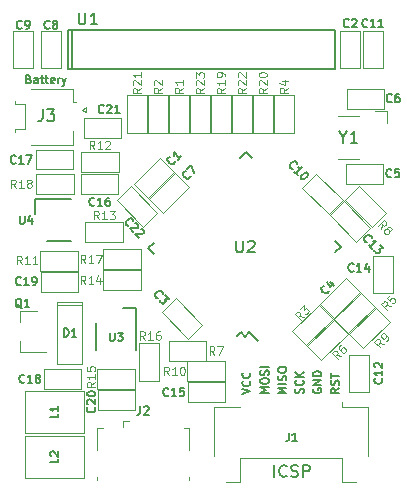
<source format=gto>
G04 #@! TF.GenerationSoftware,KiCad,Pcbnew,5.1.6*
G04 #@! TF.CreationDate,2020-09-12T16:37:34+02:00*
G04 #@! TF.ProjectId,xling,786c696e-672e-46b6-9963-61645f706362,4*
G04 #@! TF.SameCoordinates,Original*
G04 #@! TF.FileFunction,Legend,Top*
G04 #@! TF.FilePolarity,Positive*
%FSLAX46Y46*%
G04 Gerber Fmt 4.6, Leading zero omitted, Abs format (unit mm)*
G04 Created by KiCad (PCBNEW 5.1.6) date 2020-09-12 16:37:34*
%MOMM*%
%LPD*%
G01*
G04 APERTURE LIST*
%ADD10C,0.150000*%
%ADD11C,0.175000*%
%ADD12C,0.120000*%
%ADD13C,0.125000*%
G04 APERTURE END LIST*
D10*
X55065000Y-51816800D02*
X55165000Y-51850133D01*
X55198333Y-51883466D01*
X55231666Y-51950133D01*
X55231666Y-52050133D01*
X55198333Y-52116800D01*
X55165000Y-52150133D01*
X55098333Y-52183466D01*
X54831666Y-52183466D01*
X54831666Y-51483466D01*
X55065000Y-51483466D01*
X55131666Y-51516800D01*
X55165000Y-51550133D01*
X55198333Y-51616800D01*
X55198333Y-51683466D01*
X55165000Y-51750133D01*
X55131666Y-51783466D01*
X55065000Y-51816800D01*
X54831666Y-51816800D01*
X55831666Y-52183466D02*
X55831666Y-51816800D01*
X55798333Y-51750133D01*
X55731666Y-51716800D01*
X55598333Y-51716800D01*
X55531666Y-51750133D01*
X55831666Y-52150133D02*
X55765000Y-52183466D01*
X55598333Y-52183466D01*
X55531666Y-52150133D01*
X55498333Y-52083466D01*
X55498333Y-52016800D01*
X55531666Y-51950133D01*
X55598333Y-51916800D01*
X55765000Y-51916800D01*
X55831666Y-51883466D01*
X56065000Y-51716800D02*
X56331666Y-51716800D01*
X56165000Y-51483466D02*
X56165000Y-52083466D01*
X56198333Y-52150133D01*
X56265000Y-52183466D01*
X56331666Y-52183466D01*
X56465000Y-51716800D02*
X56731666Y-51716800D01*
X56565000Y-51483466D02*
X56565000Y-52083466D01*
X56598333Y-52150133D01*
X56665000Y-52183466D01*
X56731666Y-52183466D01*
X57231666Y-52150133D02*
X57165000Y-52183466D01*
X57031666Y-52183466D01*
X56965000Y-52150133D01*
X56931666Y-52083466D01*
X56931666Y-51816800D01*
X56965000Y-51750133D01*
X57031666Y-51716800D01*
X57165000Y-51716800D01*
X57231666Y-51750133D01*
X57265000Y-51816800D01*
X57265000Y-51883466D01*
X56931666Y-51950133D01*
X57565000Y-52183466D02*
X57565000Y-51716800D01*
X57565000Y-51850133D02*
X57598333Y-51783466D01*
X57631666Y-51750133D01*
X57698333Y-51716800D01*
X57765000Y-51716800D01*
X57931666Y-51716800D02*
X58098333Y-52183466D01*
X58265000Y-51716800D02*
X58098333Y-52183466D01*
X58031666Y-52350133D01*
X57998333Y-52383466D01*
X57931666Y-52416800D01*
X75866809Y-85491580D02*
X75866809Y-84491580D01*
X76914428Y-85396342D02*
X76866809Y-85443961D01*
X76723952Y-85491580D01*
X76628714Y-85491580D01*
X76485857Y-85443961D01*
X76390619Y-85348723D01*
X76343000Y-85253485D01*
X76295380Y-85063009D01*
X76295380Y-84920152D01*
X76343000Y-84729676D01*
X76390619Y-84634438D01*
X76485857Y-84539200D01*
X76628714Y-84491580D01*
X76723952Y-84491580D01*
X76866809Y-84539200D01*
X76914428Y-84586819D01*
X77295380Y-85443961D02*
X77438238Y-85491580D01*
X77676333Y-85491580D01*
X77771571Y-85443961D01*
X77819190Y-85396342D01*
X77866809Y-85301104D01*
X77866809Y-85205866D01*
X77819190Y-85110628D01*
X77771571Y-85063009D01*
X77676333Y-85015390D01*
X77485857Y-84967771D01*
X77390619Y-84920152D01*
X77343000Y-84872533D01*
X77295380Y-84777295D01*
X77295380Y-84682057D01*
X77343000Y-84586819D01*
X77390619Y-84539200D01*
X77485857Y-84491580D01*
X77723952Y-84491580D01*
X77866809Y-84539200D01*
X78295380Y-85491580D02*
X78295380Y-84491580D01*
X78676333Y-84491580D01*
X78771571Y-84539200D01*
X78819190Y-84586819D01*
X78866809Y-84682057D01*
X78866809Y-84824914D01*
X78819190Y-84920152D01*
X78771571Y-84967771D01*
X78676333Y-85015390D01*
X78295380Y-85015390D01*
D11*
X81348666Y-77979583D02*
X81015333Y-78212916D01*
X81348666Y-78379583D02*
X80648666Y-78379583D01*
X80648666Y-78112916D01*
X80682000Y-78046250D01*
X80715333Y-78012916D01*
X80782000Y-77979583D01*
X80882000Y-77979583D01*
X80948666Y-78012916D01*
X80982000Y-78046250D01*
X81015333Y-78112916D01*
X81015333Y-78379583D01*
X81315333Y-77712916D02*
X81348666Y-77612916D01*
X81348666Y-77446250D01*
X81315333Y-77379583D01*
X81282000Y-77346250D01*
X81215333Y-77312916D01*
X81148666Y-77312916D01*
X81082000Y-77346250D01*
X81048666Y-77379583D01*
X81015333Y-77446250D01*
X80982000Y-77579583D01*
X80948666Y-77646250D01*
X80915333Y-77679583D01*
X80848666Y-77712916D01*
X80782000Y-77712916D01*
X80715333Y-77679583D01*
X80682000Y-77646250D01*
X80648666Y-77579583D01*
X80648666Y-77412916D01*
X80682000Y-77312916D01*
X80648666Y-77112916D02*
X80648666Y-76712916D01*
X81348666Y-76912916D02*
X80648666Y-76912916D01*
X79182000Y-78012916D02*
X79148666Y-78079583D01*
X79148666Y-78179583D01*
X79182000Y-78279583D01*
X79248666Y-78346250D01*
X79315333Y-78379583D01*
X79448666Y-78412916D01*
X79548666Y-78412916D01*
X79682000Y-78379583D01*
X79748666Y-78346250D01*
X79815333Y-78279583D01*
X79848666Y-78179583D01*
X79848666Y-78112916D01*
X79815333Y-78012916D01*
X79782000Y-77979583D01*
X79548666Y-77979583D01*
X79548666Y-78112916D01*
X79848666Y-77679583D02*
X79148666Y-77679583D01*
X79848666Y-77279583D01*
X79148666Y-77279583D01*
X79848666Y-76946250D02*
X79148666Y-76946250D01*
X79148666Y-76779583D01*
X79182000Y-76679583D01*
X79248666Y-76612916D01*
X79315333Y-76579583D01*
X79448666Y-76546250D01*
X79548666Y-76546250D01*
X79682000Y-76579583D01*
X79748666Y-76612916D01*
X79815333Y-76679583D01*
X79848666Y-76779583D01*
X79848666Y-76946250D01*
X78315333Y-78412916D02*
X78348666Y-78312916D01*
X78348666Y-78146250D01*
X78315333Y-78079583D01*
X78282000Y-78046250D01*
X78215333Y-78012916D01*
X78148666Y-78012916D01*
X78082000Y-78046250D01*
X78048666Y-78079583D01*
X78015333Y-78146250D01*
X77982000Y-78279583D01*
X77948666Y-78346250D01*
X77915333Y-78379583D01*
X77848666Y-78412916D01*
X77782000Y-78412916D01*
X77715333Y-78379583D01*
X77682000Y-78346250D01*
X77648666Y-78279583D01*
X77648666Y-78112916D01*
X77682000Y-78012916D01*
X78282000Y-77312916D02*
X78315333Y-77346250D01*
X78348666Y-77446250D01*
X78348666Y-77512916D01*
X78315333Y-77612916D01*
X78248666Y-77679583D01*
X78182000Y-77712916D01*
X78048666Y-77746250D01*
X77948666Y-77746250D01*
X77815333Y-77712916D01*
X77748666Y-77679583D01*
X77682000Y-77612916D01*
X77648666Y-77512916D01*
X77648666Y-77446250D01*
X77682000Y-77346250D01*
X77715333Y-77312916D01*
X78348666Y-77012916D02*
X77648666Y-77012916D01*
X78348666Y-76612916D02*
X77948666Y-76912916D01*
X77648666Y-76612916D02*
X78048666Y-77012916D01*
X76898666Y-78429583D02*
X76198666Y-78429583D01*
X76698666Y-78196250D01*
X76198666Y-77962916D01*
X76898666Y-77962916D01*
X76898666Y-77629583D02*
X76198666Y-77629583D01*
X76865333Y-77329583D02*
X76898666Y-77229583D01*
X76898666Y-77062916D01*
X76865333Y-76996250D01*
X76832000Y-76962916D01*
X76765333Y-76929583D01*
X76698666Y-76929583D01*
X76632000Y-76962916D01*
X76598666Y-76996250D01*
X76565333Y-77062916D01*
X76532000Y-77196250D01*
X76498666Y-77262916D01*
X76465333Y-77296250D01*
X76398666Y-77329583D01*
X76332000Y-77329583D01*
X76265333Y-77296250D01*
X76232000Y-77262916D01*
X76198666Y-77196250D01*
X76198666Y-77029583D01*
X76232000Y-76929583D01*
X76198666Y-76496250D02*
X76198666Y-76362916D01*
X76232000Y-76296250D01*
X76298666Y-76229583D01*
X76432000Y-76196250D01*
X76665333Y-76196250D01*
X76798666Y-76229583D01*
X76865333Y-76296250D01*
X76898666Y-76362916D01*
X76898666Y-76496250D01*
X76865333Y-76562916D01*
X76798666Y-76629583D01*
X76665333Y-76662916D01*
X76432000Y-76662916D01*
X76298666Y-76629583D01*
X76232000Y-76562916D01*
X76198666Y-76496250D01*
X75398666Y-78379583D02*
X74698666Y-78379583D01*
X75198666Y-78146250D01*
X74698666Y-77912916D01*
X75398666Y-77912916D01*
X74698666Y-77446250D02*
X74698666Y-77312916D01*
X74732000Y-77246250D01*
X74798666Y-77179583D01*
X74932000Y-77146250D01*
X75165333Y-77146250D01*
X75298666Y-77179583D01*
X75365333Y-77246250D01*
X75398666Y-77312916D01*
X75398666Y-77446250D01*
X75365333Y-77512916D01*
X75298666Y-77579583D01*
X75165333Y-77612916D01*
X74932000Y-77612916D01*
X74798666Y-77579583D01*
X74732000Y-77512916D01*
X74698666Y-77446250D01*
X75365333Y-76879583D02*
X75398666Y-76779583D01*
X75398666Y-76612916D01*
X75365333Y-76546250D01*
X75332000Y-76512916D01*
X75265333Y-76479583D01*
X75198666Y-76479583D01*
X75132000Y-76512916D01*
X75098666Y-76546250D01*
X75065333Y-76612916D01*
X75032000Y-76746250D01*
X74998666Y-76812916D01*
X74965333Y-76846250D01*
X74898666Y-76879583D01*
X74832000Y-76879583D01*
X74765333Y-76846250D01*
X74732000Y-76812916D01*
X74698666Y-76746250D01*
X74698666Y-76579583D01*
X74732000Y-76479583D01*
X75398666Y-76179583D02*
X74698666Y-76179583D01*
X73148666Y-78479583D02*
X73848666Y-78246250D01*
X73148666Y-78012916D01*
X73782000Y-77379583D02*
X73815333Y-77412916D01*
X73848666Y-77512916D01*
X73848666Y-77579583D01*
X73815333Y-77679583D01*
X73748666Y-77746250D01*
X73682000Y-77779583D01*
X73548666Y-77812916D01*
X73448666Y-77812916D01*
X73315333Y-77779583D01*
X73248666Y-77746250D01*
X73182000Y-77679583D01*
X73148666Y-77579583D01*
X73148666Y-77512916D01*
X73182000Y-77412916D01*
X73215333Y-77379583D01*
X73782000Y-76679583D02*
X73815333Y-76712916D01*
X73848666Y-76812916D01*
X73848666Y-76879583D01*
X73815333Y-76979583D01*
X73748666Y-77046250D01*
X73682000Y-77079583D01*
X73548666Y-77112916D01*
X73448666Y-77112916D01*
X73315333Y-77079583D01*
X73248666Y-77046250D01*
X73182000Y-76979583D01*
X73148666Y-76879583D01*
X73148666Y-76812916D01*
X73182000Y-76712916D01*
X73215333Y-76679583D01*
D12*
X54358000Y-71462900D02*
X54358000Y-72392900D01*
X54356000Y-74891900D02*
X54356000Y-73961900D01*
X54356000Y-74891900D02*
X56516000Y-74891900D01*
X54358000Y-71462900D02*
X55818000Y-71462900D01*
D10*
X64160400Y-71183500D02*
X63068200Y-71183500D01*
X64160400Y-71183500D02*
X64160400Y-74764900D01*
X60807600Y-74764900D02*
X60807600Y-72464900D01*
X55600600Y-61976000D02*
X55600600Y-63195200D01*
X58659400Y-61976000D02*
X55600600Y-61976000D01*
X58661300Y-65506600D02*
X56661300Y-65506600D01*
X73024516Y-73264439D02*
X72732481Y-73556474D01*
X73738269Y-73259772D02*
X73379059Y-73618983D01*
X65198399Y-66138783D02*
X65675697Y-65661486D01*
X73468862Y-57976084D02*
X72991565Y-58453381D01*
X81514818Y-66004079D02*
X81037521Y-66481376D01*
X73379059Y-73618983D02*
X73024516Y-73264439D01*
X81514818Y-66004079D02*
X81037521Y-65526782D01*
X73468862Y-57976084D02*
X73946159Y-58453381D01*
X65198399Y-66138783D02*
X65675697Y-66616080D01*
X73738269Y-73259772D02*
X74497278Y-74018781D01*
D12*
X59588400Y-70942200D02*
X57505600Y-70942200D01*
X57505600Y-70662800D02*
X59588400Y-70662800D01*
X59588400Y-75904900D02*
X57505600Y-75904900D01*
X59588400Y-70662800D02*
X59588400Y-75904900D01*
X57505600Y-70662800D02*
X57505600Y-75904900D01*
X60883800Y-76377800D02*
X60883800Y-78054200D01*
X60883800Y-76377800D02*
X64084200Y-76377800D01*
X60883800Y-78054200D02*
X64084200Y-78054200D01*
X64084200Y-78054200D02*
X64084200Y-76377800D01*
X59766200Y-81788000D02*
X59766200Y-78257400D01*
X59766200Y-81788000D02*
X54787800Y-81788000D01*
X59766200Y-78257400D02*
X54787800Y-78257400D01*
X54787800Y-78257400D02*
X54787800Y-81788000D01*
X54787800Y-82042000D02*
X54787800Y-85572600D01*
X54787800Y-82042000D02*
X59766200Y-82042000D01*
X54787800Y-85572600D02*
X59766200Y-85572600D01*
X59766200Y-85572600D02*
X59766200Y-82042000D01*
X66979800Y-56337200D02*
X68656200Y-56337200D01*
X66979800Y-56337200D02*
X66979800Y-53136800D01*
X68656200Y-56337200D02*
X68656200Y-53136800D01*
X68656200Y-53136800D02*
X66979800Y-53136800D01*
X65201800Y-56337200D02*
X66878200Y-56337200D01*
X65201800Y-56337200D02*
X65201800Y-53136800D01*
X66878200Y-56337200D02*
X66878200Y-53136800D01*
X66878200Y-53136800D02*
X65201800Y-53136800D01*
X80845209Y-72105185D02*
X79659815Y-70919791D01*
X80845209Y-72105185D02*
X78582185Y-74368209D01*
X79659815Y-70919791D02*
X77396791Y-73182815D01*
X77396791Y-73182815D02*
X78582185Y-74368209D01*
X75869800Y-56337200D02*
X77546200Y-56337200D01*
X75869800Y-56337200D02*
X75869800Y-53136800D01*
X77546200Y-56337200D02*
X77546200Y-53136800D01*
X77546200Y-53136800D02*
X75869800Y-53136800D01*
X84401209Y-71089185D02*
X83215815Y-69903791D01*
X84401209Y-71089185D02*
X82138185Y-73352209D01*
X83215815Y-69903791D02*
X80952791Y-72166815D01*
X80952791Y-72166815D02*
X82138185Y-73352209D01*
X82115209Y-73375185D02*
X80929815Y-72189791D01*
X82115209Y-73375185D02*
X79852185Y-75638209D01*
X80929815Y-72189791D02*
X78666791Y-74452815D01*
X78666791Y-74452815D02*
X79852185Y-75638209D01*
X70129400Y-75666600D02*
X70129400Y-73990200D01*
X70129400Y-75666600D02*
X66929000Y-75666600D01*
X70129400Y-73990200D02*
X66929000Y-73990200D01*
X66929000Y-73990200D02*
X66929000Y-75666600D01*
X83027185Y-60886791D02*
X81841791Y-62072185D01*
X83027185Y-60886791D02*
X85290209Y-63149815D01*
X81841791Y-62072185D02*
X84104815Y-64335209D01*
X84104815Y-64335209D02*
X85290209Y-63149815D01*
X85671209Y-72359185D02*
X84485815Y-71173791D01*
X85671209Y-72359185D02*
X83408185Y-74622209D01*
X84485815Y-71173791D02*
X82222791Y-73436815D01*
X82222791Y-73436815D02*
X83408185Y-74622209D01*
X71704200Y-77393800D02*
X71704200Y-75717400D01*
X71704200Y-77393800D02*
X68503800Y-77393800D01*
X71704200Y-75717400D02*
X68503800Y-75717400D01*
X68503800Y-75717400D02*
X68503800Y-77393800D01*
X56057800Y-66344800D02*
X56057800Y-68021200D01*
X56057800Y-66344800D02*
X59258200Y-66344800D01*
X56057800Y-68021200D02*
X59258200Y-68021200D01*
X59258200Y-68021200D02*
X59258200Y-66344800D01*
X59486800Y-57962800D02*
X59486800Y-59639200D01*
X59486800Y-57962800D02*
X62687200Y-57962800D01*
X59486800Y-59639200D02*
X62687200Y-59639200D01*
X62687200Y-59639200D02*
X62687200Y-57962800D01*
X63068200Y-65608200D02*
X63068200Y-63931800D01*
X63068200Y-65608200D02*
X59867800Y-65608200D01*
X63068200Y-63931800D02*
X59867800Y-63931800D01*
X59867800Y-63931800D02*
X59867800Y-65608200D01*
X64592200Y-69672200D02*
X64592200Y-67995800D01*
X64592200Y-69672200D02*
X61391800Y-69672200D01*
X64592200Y-67995800D02*
X61391800Y-67995800D01*
X61391800Y-67995800D02*
X61391800Y-69672200D01*
X66078100Y-74193400D02*
X64401700Y-74193400D01*
X66078100Y-74193400D02*
X66078100Y-77393800D01*
X64401700Y-74193400D02*
X64401700Y-77393800D01*
X64401700Y-77393800D02*
X66078100Y-77393800D01*
X64592200Y-67894200D02*
X64592200Y-66217800D01*
X64592200Y-67894200D02*
X61391800Y-67894200D01*
X64592200Y-66217800D02*
X61391800Y-66217800D01*
X61391800Y-66217800D02*
X61391800Y-67894200D01*
X55676800Y-59867800D02*
X55676800Y-61544200D01*
X55676800Y-59867800D02*
X58877200Y-59867800D01*
X55676800Y-61544200D02*
X58877200Y-61544200D01*
X58877200Y-61544200D02*
X58877200Y-59867800D01*
X70535800Y-56337200D02*
X72212200Y-56337200D01*
X70535800Y-56337200D02*
X70535800Y-53136800D01*
X72212200Y-56337200D02*
X72212200Y-53136800D01*
X72212200Y-53136800D02*
X70535800Y-53136800D01*
X74091800Y-56337200D02*
X75768200Y-56337200D01*
X74091800Y-56337200D02*
X74091800Y-53136800D01*
X75768200Y-56337200D02*
X75768200Y-53136800D01*
X75768200Y-53136800D02*
X74091800Y-53136800D01*
X63423800Y-56337200D02*
X65100200Y-56337200D01*
X63423800Y-56337200D02*
X63423800Y-53136800D01*
X65100200Y-56337200D02*
X65100200Y-53136800D01*
X65100200Y-53136800D02*
X63423800Y-53136800D01*
X72313800Y-56337200D02*
X73990200Y-56337200D01*
X72313800Y-56337200D02*
X72313800Y-53136800D01*
X73990200Y-56337200D02*
X73990200Y-53136800D01*
X73990200Y-53136800D02*
X72313800Y-53136800D01*
X68757800Y-56337200D02*
X70434200Y-56337200D01*
X68757800Y-56337200D02*
X68757800Y-53136800D01*
X70434200Y-56337200D02*
X70434200Y-53136800D01*
X70434200Y-53136800D02*
X68757800Y-53136800D01*
X67365249Y-59677145D02*
X66179855Y-58491751D01*
X67365249Y-59677145D02*
X65138145Y-61904249D01*
X66179855Y-58491751D02*
X63952751Y-60718855D01*
X63952751Y-60718855D02*
X65138145Y-61904249D01*
X83134200Y-47701200D02*
X81457800Y-47701200D01*
X83134200Y-47701200D02*
X83134200Y-50850800D01*
X81457800Y-47701200D02*
X81457800Y-50850800D01*
X81457800Y-50850800D02*
X83134200Y-50850800D01*
X67551145Y-70366251D02*
X66365751Y-71551645D01*
X67551145Y-70366251D02*
X69778249Y-72593355D01*
X66365751Y-71551645D02*
X68592855Y-73778749D01*
X68592855Y-73778749D02*
X69778249Y-72593355D01*
X85077300Y-60655200D02*
X85077300Y-58978800D01*
X85077300Y-60655200D02*
X81927700Y-60655200D01*
X85077300Y-58978800D02*
X81927700Y-58978800D01*
X81927700Y-58978800D02*
X81927700Y-60655200D01*
X81991200Y-52628800D02*
X81991200Y-54305200D01*
X81991200Y-52628800D02*
X85140800Y-52628800D01*
X81991200Y-54305200D02*
X85140800Y-54305200D01*
X85140800Y-54305200D02*
X85140800Y-52628800D01*
X68635249Y-60947145D02*
X67449855Y-59761751D01*
X68635249Y-60947145D02*
X66408145Y-63174249D01*
X67449855Y-59761751D02*
X65222751Y-61988855D01*
X65222751Y-61988855D02*
X66408145Y-63174249D01*
X56121300Y-50914300D02*
X57797700Y-50914300D01*
X56121300Y-50914300D02*
X56121300Y-47764700D01*
X57797700Y-50914300D02*
X57797700Y-47764700D01*
X57797700Y-47764700D02*
X56121300Y-47764700D01*
X53771800Y-50914300D02*
X55448200Y-50914300D01*
X53771800Y-50914300D02*
X53771800Y-47764700D01*
X55448200Y-50914300D02*
X55448200Y-47764700D01*
X55448200Y-47764700D02*
X53771800Y-47764700D01*
X79425645Y-59825251D02*
X78240251Y-61010645D01*
X79425645Y-59825251D02*
X81652749Y-62052355D01*
X78240251Y-61010645D02*
X80467355Y-63237749D01*
X80467355Y-63237749D02*
X81652749Y-62052355D01*
X85039200Y-47701200D02*
X83362800Y-47701200D01*
X85039200Y-47701200D02*
X85039200Y-50850800D01*
X83362800Y-47701200D02*
X83362800Y-50850800D01*
X83362800Y-50850800D02*
X85039200Y-50850800D01*
X82219800Y-78282800D02*
X83896200Y-78282800D01*
X82219800Y-78282800D02*
X82219800Y-75133200D01*
X83896200Y-78282800D02*
X83896200Y-75133200D01*
X83896200Y-75133200D02*
X82219800Y-75133200D01*
X81775145Y-62174751D02*
X80589751Y-63360145D01*
X81775145Y-62174751D02*
X84002249Y-64401855D01*
X80589751Y-63360145D02*
X82816855Y-65587249D01*
X82816855Y-65587249D02*
X84002249Y-64401855D01*
X84251800Y-69900800D02*
X85928200Y-69900800D01*
X84251800Y-69900800D02*
X84251800Y-66751200D01*
X85928200Y-69900800D02*
X85928200Y-66751200D01*
X85928200Y-66751200D02*
X84251800Y-66751200D01*
X71678800Y-79171800D02*
X71678800Y-77495400D01*
X71678800Y-79171800D02*
X68529200Y-79171800D01*
X71678800Y-77495400D02*
X68529200Y-77495400D01*
X68529200Y-77495400D02*
X68529200Y-79171800D01*
X62661800Y-61544200D02*
X62661800Y-59867800D01*
X62661800Y-61544200D02*
X59512200Y-61544200D01*
X62661800Y-59867800D02*
X59512200Y-59867800D01*
X59512200Y-59867800D02*
X59512200Y-61544200D01*
X55702200Y-57785000D02*
X55702200Y-59461400D01*
X55702200Y-57785000D02*
X58851800Y-57785000D01*
X55702200Y-59461400D02*
X58851800Y-59461400D01*
X58851800Y-59461400D02*
X58851800Y-57785000D01*
X59486800Y-78054200D02*
X59486800Y-76377800D01*
X59486800Y-78054200D02*
X56337200Y-78054200D01*
X59486800Y-76377800D02*
X56337200Y-76377800D01*
X56337200Y-76377800D02*
X56337200Y-78054200D01*
X59232800Y-69799200D02*
X59232800Y-68122800D01*
X59232800Y-69799200D02*
X56083200Y-69799200D01*
X59232800Y-68122800D02*
X56083200Y-68122800D01*
X56083200Y-68122800D02*
X56083200Y-69799200D01*
X64058800Y-79832200D02*
X64058800Y-78155800D01*
X64058800Y-79832200D02*
X60909200Y-79832200D01*
X64058800Y-78155800D02*
X60909200Y-78155800D01*
X60909200Y-78155800D02*
X60909200Y-79832200D01*
X63741145Y-60904751D02*
X62555751Y-62090145D01*
X63741145Y-60904751D02*
X65968249Y-63131855D01*
X62555751Y-62090145D02*
X64782855Y-64317249D01*
X64782855Y-64317249D02*
X65968249Y-63131855D01*
X79700751Y-70878855D02*
X80886145Y-72064249D01*
X79700751Y-70878855D02*
X81927855Y-68651751D01*
X80886145Y-72064249D02*
X83113249Y-69837145D01*
X83113249Y-69837145D02*
X81927855Y-68651751D01*
X62890400Y-56769000D02*
X62890400Y-55092600D01*
X62890400Y-56769000D02*
X59740800Y-56769000D01*
X62890400Y-55092600D02*
X59740800Y-55092600D01*
X59740800Y-55092600D02*
X59740800Y-56769000D01*
D10*
X58389000Y-47659000D02*
X80995000Y-47659000D01*
X58389000Y-50961000D02*
X80995000Y-50961000D01*
X58389000Y-50961000D02*
X58389000Y-47659000D01*
X58770000Y-50961000D02*
X58770000Y-47659000D01*
X80995000Y-50961000D02*
X80995000Y-47659000D01*
D12*
X85442000Y-55542000D02*
X85442000Y-54542000D01*
X85442000Y-54542000D02*
X84392000Y-54542000D01*
X83042000Y-58542000D02*
X81242000Y-58542000D01*
X83042000Y-54942000D02*
X81242000Y-54942000D01*
X83767000Y-83695000D02*
X83767000Y-79565000D01*
X83767000Y-79565000D02*
X81592000Y-79565000D01*
X81592000Y-79565000D02*
X81592000Y-79165000D01*
X70797000Y-83695000D02*
X70797000Y-79565000D01*
X70797000Y-79565000D02*
X72972000Y-79565000D01*
X82752000Y-85885000D02*
X81597000Y-85885000D01*
X81597000Y-85885000D02*
X81597000Y-83885000D01*
X81597000Y-83885000D02*
X72967000Y-83885000D01*
X72967000Y-83885000D02*
X72967000Y-85885000D01*
X72967000Y-85885000D02*
X71812000Y-85885000D01*
X60882000Y-81347500D02*
X61332000Y-81347500D01*
X60882000Y-83197500D02*
X60882000Y-81347500D01*
X68682000Y-85747500D02*
X68682000Y-85497500D01*
X60882000Y-85747500D02*
X60882000Y-85497500D01*
X68682000Y-83197500D02*
X68682000Y-81347500D01*
X68682000Y-81347500D02*
X68232000Y-81347500D01*
X63082000Y-80797500D02*
X63532000Y-80797500D01*
X63082000Y-80797500D02*
X63082000Y-81247500D01*
X59915553Y-54641000D02*
X59915553Y-54141000D01*
X59562000Y-54391000D02*
X59915553Y-54641000D01*
X59915553Y-54141000D02*
X59562000Y-54391000D01*
X53927000Y-56031000D02*
X53927000Y-56281000D01*
X54727000Y-56031000D02*
X53927000Y-56031000D01*
X54727000Y-53951000D02*
X54727000Y-56031000D01*
X53927000Y-53951000D02*
X54727000Y-53951000D01*
X53927000Y-53701000D02*
X53927000Y-53951000D01*
X58867000Y-57351000D02*
X58867000Y-56201000D01*
X55277000Y-57351000D02*
X58867000Y-57351000D01*
X58867000Y-53781000D02*
X59067000Y-53781000D01*
X58867000Y-52631000D02*
X58867000Y-53781000D01*
X55277000Y-52631000D02*
X58867000Y-52631000D01*
D10*
X54492533Y-71185833D02*
X54425866Y-71152500D01*
X54359200Y-71085833D01*
X54259200Y-70985833D01*
X54192533Y-70952500D01*
X54125866Y-70952500D01*
X54159200Y-71119166D02*
X54092533Y-71085833D01*
X54025866Y-71019166D01*
X53992533Y-70885833D01*
X53992533Y-70652500D01*
X54025866Y-70519166D01*
X54092533Y-70452500D01*
X54159200Y-70419166D01*
X54292533Y-70419166D01*
X54359200Y-70452500D01*
X54425866Y-70519166D01*
X54459200Y-70652500D01*
X54459200Y-70885833D01*
X54425866Y-71019166D01*
X54359200Y-71085833D01*
X54292533Y-71119166D01*
X54159200Y-71119166D01*
X55125866Y-71119166D02*
X54725866Y-71119166D01*
X54925866Y-71119166D02*
X54925866Y-70419166D01*
X54859200Y-70519166D01*
X54792533Y-70585833D01*
X54725866Y-70619166D01*
X61950666Y-73276666D02*
X61950666Y-73843333D01*
X61984000Y-73910000D01*
X62017333Y-73943333D01*
X62084000Y-73976666D01*
X62217333Y-73976666D01*
X62284000Y-73943333D01*
X62317333Y-73910000D01*
X62350666Y-73843333D01*
X62350666Y-73276666D01*
X62617333Y-73276666D02*
X63050666Y-73276666D01*
X62817333Y-73543333D01*
X62917333Y-73543333D01*
X62984000Y-73576666D01*
X63017333Y-73610000D01*
X63050666Y-73676666D01*
X63050666Y-73843333D01*
X63017333Y-73910000D01*
X62984000Y-73943333D01*
X62917333Y-73976666D01*
X62717333Y-73976666D01*
X62650666Y-73943333D01*
X62617333Y-73910000D01*
X54330666Y-63370666D02*
X54330666Y-63937333D01*
X54364000Y-64004000D01*
X54397333Y-64037333D01*
X54464000Y-64070666D01*
X54597333Y-64070666D01*
X54664000Y-64037333D01*
X54697333Y-64004000D01*
X54730666Y-63937333D01*
X54730666Y-63370666D01*
X55364000Y-63604000D02*
X55364000Y-64070666D01*
X55197333Y-63337333D02*
X55030666Y-63837333D01*
X55464000Y-63837333D01*
X72644095Y-65492380D02*
X72644095Y-66301904D01*
X72691714Y-66397142D01*
X72739333Y-66444761D01*
X72834571Y-66492380D01*
X73025047Y-66492380D01*
X73120285Y-66444761D01*
X73167904Y-66397142D01*
X73215523Y-66301904D01*
X73215523Y-65492380D01*
X73644095Y-65587619D02*
X73691714Y-65540000D01*
X73786952Y-65492380D01*
X74025047Y-65492380D01*
X74120285Y-65540000D01*
X74167904Y-65587619D01*
X74215523Y-65682857D01*
X74215523Y-65778095D01*
X74167904Y-65920952D01*
X73596476Y-66492380D01*
X74215523Y-66492380D01*
X58055733Y-73621066D02*
X58055733Y-72921066D01*
X58222400Y-72921066D01*
X58322400Y-72954400D01*
X58389066Y-73021066D01*
X58422400Y-73087733D01*
X58455733Y-73221066D01*
X58455733Y-73321066D01*
X58422400Y-73454400D01*
X58389066Y-73521066D01*
X58322400Y-73587733D01*
X58222400Y-73621066D01*
X58055733Y-73621066D01*
X59122400Y-73621066D02*
X58722400Y-73621066D01*
X58922400Y-73621066D02*
X58922400Y-72921066D01*
X58855733Y-73021066D01*
X58789066Y-73087733D01*
X58722400Y-73121066D01*
D13*
X60692466Y-77462800D02*
X60359133Y-77696133D01*
X60692466Y-77862800D02*
X59992466Y-77862800D01*
X59992466Y-77596133D01*
X60025800Y-77529466D01*
X60059133Y-77496133D01*
X60125800Y-77462800D01*
X60225800Y-77462800D01*
X60292466Y-77496133D01*
X60325800Y-77529466D01*
X60359133Y-77596133D01*
X60359133Y-77862800D01*
X60692466Y-76796133D02*
X60692466Y-77196133D01*
X60692466Y-76996133D02*
X59992466Y-76996133D01*
X60092466Y-77062800D01*
X60159133Y-77129466D01*
X60192466Y-77196133D01*
X59992466Y-76162800D02*
X59992466Y-76496133D01*
X60325800Y-76529466D01*
X60292466Y-76496133D01*
X60259133Y-76429466D01*
X60259133Y-76262800D01*
X60292466Y-76196133D01*
X60325800Y-76162800D01*
X60392466Y-76129466D01*
X60559133Y-76129466D01*
X60625800Y-76162800D01*
X60659133Y-76196133D01*
X60692466Y-76262800D01*
X60692466Y-76429466D01*
X60659133Y-76496133D01*
X60625800Y-76529466D01*
D10*
X57593666Y-80126666D02*
X57593666Y-80460000D01*
X56893666Y-80460000D01*
X57593666Y-79526666D02*
X57593666Y-79926666D01*
X57593666Y-79726666D02*
X56893666Y-79726666D01*
X56993666Y-79793333D01*
X57060333Y-79860000D01*
X57093666Y-79926666D01*
X57593666Y-83936666D02*
X57593666Y-84270000D01*
X56893666Y-84270000D01*
X56960333Y-83736666D02*
X56927000Y-83703333D01*
X56893666Y-83636666D01*
X56893666Y-83470000D01*
X56927000Y-83403333D01*
X56960333Y-83370000D01*
X57027000Y-83336666D01*
X57093666Y-83336666D01*
X57193666Y-83370000D01*
X57593666Y-83770000D01*
X57593666Y-83336666D01*
D13*
X68134666Y-52567666D02*
X67801333Y-52801000D01*
X68134666Y-52967666D02*
X67434666Y-52967666D01*
X67434666Y-52701000D01*
X67468000Y-52634333D01*
X67501333Y-52601000D01*
X67568000Y-52567666D01*
X67668000Y-52567666D01*
X67734666Y-52601000D01*
X67768000Y-52634333D01*
X67801333Y-52701000D01*
X67801333Y-52967666D01*
X68134666Y-51901000D02*
X68134666Y-52301000D01*
X68134666Y-52101000D02*
X67434666Y-52101000D01*
X67534666Y-52167666D01*
X67601333Y-52234333D01*
X67634666Y-52301000D01*
X66356666Y-52567666D02*
X66023333Y-52801000D01*
X66356666Y-52967666D02*
X65656666Y-52967666D01*
X65656666Y-52701000D01*
X65690000Y-52634333D01*
X65723333Y-52601000D01*
X65790000Y-52567666D01*
X65890000Y-52567666D01*
X65956666Y-52601000D01*
X65990000Y-52634333D01*
X66023333Y-52701000D01*
X66023333Y-52967666D01*
X65723333Y-52301000D02*
X65690000Y-52267666D01*
X65656666Y-52201000D01*
X65656666Y-52034333D01*
X65690000Y-51967666D01*
X65723333Y-51934333D01*
X65790000Y-51901000D01*
X65856666Y-51901000D01*
X65956666Y-51934333D01*
X66356666Y-52334333D01*
X66356666Y-51901000D01*
X78373422Y-71934412D02*
X77972728Y-71863702D01*
X78090579Y-72217255D02*
X77595604Y-71722280D01*
X77784166Y-71533719D01*
X77854877Y-71510148D01*
X77902017Y-71510148D01*
X77972728Y-71533719D01*
X78043439Y-71604429D01*
X78067009Y-71675140D01*
X78067009Y-71722280D01*
X78043439Y-71792991D01*
X77854877Y-71981553D01*
X78043439Y-71274446D02*
X78349852Y-70968033D01*
X78373422Y-71321587D01*
X78444133Y-71250876D01*
X78514843Y-71227306D01*
X78561984Y-71227306D01*
X78632694Y-71250876D01*
X78750545Y-71368727D01*
X78774116Y-71439438D01*
X78774116Y-71486578D01*
X78750545Y-71557289D01*
X78609124Y-71698710D01*
X78538413Y-71722280D01*
X78491273Y-71722280D01*
X77024666Y-52567666D02*
X76691333Y-52801000D01*
X77024666Y-52967666D02*
X76324666Y-52967666D01*
X76324666Y-52701000D01*
X76358000Y-52634333D01*
X76391333Y-52601000D01*
X76458000Y-52567666D01*
X76558000Y-52567666D01*
X76624666Y-52601000D01*
X76658000Y-52634333D01*
X76691333Y-52701000D01*
X76691333Y-52967666D01*
X76558000Y-51967666D02*
X77024666Y-51967666D01*
X76291333Y-52134333D02*
X76791333Y-52301000D01*
X76791333Y-51867666D01*
X85714020Y-71045412D02*
X85313326Y-70974702D01*
X85431177Y-71328255D02*
X84936202Y-70833280D01*
X85124764Y-70644719D01*
X85195475Y-70621148D01*
X85242615Y-70621148D01*
X85313326Y-70644719D01*
X85384037Y-70715429D01*
X85407607Y-70786140D01*
X85407607Y-70833280D01*
X85384037Y-70903991D01*
X85195475Y-71092553D01*
X85666879Y-70102603D02*
X85431177Y-70338306D01*
X85643309Y-70597578D01*
X85643309Y-70550438D01*
X85666879Y-70479727D01*
X85784731Y-70361876D01*
X85855441Y-70338306D01*
X85902582Y-70338306D01*
X85973292Y-70361876D01*
X86091143Y-70479727D01*
X86114714Y-70550438D01*
X86114714Y-70597578D01*
X86091143Y-70668289D01*
X85973292Y-70786140D01*
X85902582Y-70809710D01*
X85855441Y-70809710D01*
X81548421Y-75236412D02*
X81147727Y-75165702D01*
X81265578Y-75519255D02*
X80770603Y-75024280D01*
X80959165Y-74835719D01*
X81029876Y-74812148D01*
X81077016Y-74812148D01*
X81147727Y-74835719D01*
X81218438Y-74906429D01*
X81242008Y-74977140D01*
X81242008Y-75024280D01*
X81218438Y-75094991D01*
X81029876Y-75283553D01*
X81477710Y-74317174D02*
X81383429Y-74411455D01*
X81359859Y-74482165D01*
X81359859Y-74529306D01*
X81383429Y-74647157D01*
X81454140Y-74765008D01*
X81642702Y-74953570D01*
X81713412Y-74977140D01*
X81760553Y-74977140D01*
X81831264Y-74953570D01*
X81925544Y-74859289D01*
X81949115Y-74788578D01*
X81949115Y-74741438D01*
X81925544Y-74670727D01*
X81807693Y-74552876D01*
X81736983Y-74529306D01*
X81689842Y-74529306D01*
X81619132Y-74552876D01*
X81524851Y-74647157D01*
X81501280Y-74717867D01*
X81501280Y-74765008D01*
X81524851Y-74835719D01*
X70800133Y-75145066D02*
X70566800Y-74811733D01*
X70400133Y-75145066D02*
X70400133Y-74445066D01*
X70666800Y-74445066D01*
X70733466Y-74478400D01*
X70766800Y-74511733D01*
X70800133Y-74578400D01*
X70800133Y-74678400D01*
X70766800Y-74745066D01*
X70733466Y-74778400D01*
X70666800Y-74811733D01*
X70400133Y-74811733D01*
X71033466Y-74445066D02*
X71500133Y-74445066D01*
X71200133Y-75145066D01*
X84910587Y-64530421D02*
X84981297Y-64129727D01*
X84627744Y-64247578D02*
X85122719Y-63752603D01*
X85311280Y-63941165D01*
X85334851Y-64011876D01*
X85334851Y-64059016D01*
X85311280Y-64129727D01*
X85240570Y-64200438D01*
X85169859Y-64224008D01*
X85122719Y-64224008D01*
X85052008Y-64200438D01*
X84863446Y-64011876D01*
X85476272Y-64530421D02*
X85452702Y-64459710D01*
X85452702Y-64412570D01*
X85476272Y-64341859D01*
X85499842Y-64318289D01*
X85570553Y-64294719D01*
X85617693Y-64294719D01*
X85688404Y-64318289D01*
X85782685Y-64412570D01*
X85806255Y-64483280D01*
X85806255Y-64530421D01*
X85782685Y-64601132D01*
X85759115Y-64624702D01*
X85688404Y-64648272D01*
X85641264Y-64648272D01*
X85570553Y-64624702D01*
X85476272Y-64530421D01*
X85405561Y-64506851D01*
X85358421Y-64506851D01*
X85287710Y-64530421D01*
X85193429Y-64624702D01*
X85169859Y-64695412D01*
X85169859Y-64742553D01*
X85193429Y-64813264D01*
X85287710Y-64907544D01*
X85358421Y-64931115D01*
X85405561Y-64931115D01*
X85476272Y-64907544D01*
X85570553Y-64813264D01*
X85594123Y-64742553D01*
X85594123Y-64695412D01*
X85570553Y-64624702D01*
X85130131Y-74246122D02*
X84729437Y-74175412D01*
X84847288Y-74528965D02*
X84352313Y-74033990D01*
X84540875Y-73845429D01*
X84611586Y-73821858D01*
X84658726Y-73821858D01*
X84729437Y-73845429D01*
X84800148Y-73916139D01*
X84823718Y-73986850D01*
X84823718Y-74033990D01*
X84800148Y-74104701D01*
X84611586Y-74293263D01*
X85365833Y-74010420D02*
X85460114Y-73916139D01*
X85483684Y-73845429D01*
X85483684Y-73798288D01*
X85460114Y-73680437D01*
X85389403Y-73562586D01*
X85200842Y-73374024D01*
X85130131Y-73350454D01*
X85082990Y-73350454D01*
X85012280Y-73374024D01*
X84917999Y-73468305D01*
X84894429Y-73539016D01*
X84894429Y-73586156D01*
X84917999Y-73656867D01*
X85035850Y-73774718D01*
X85106561Y-73798288D01*
X85153701Y-73798288D01*
X85224412Y-73774718D01*
X85318693Y-73680437D01*
X85342263Y-73609726D01*
X85342263Y-73562586D01*
X85318693Y-73491875D01*
X66961600Y-76872266D02*
X66728266Y-76538933D01*
X66561600Y-76872266D02*
X66561600Y-76172266D01*
X66828266Y-76172266D01*
X66894933Y-76205600D01*
X66928266Y-76238933D01*
X66961600Y-76305600D01*
X66961600Y-76405600D01*
X66928266Y-76472266D01*
X66894933Y-76505600D01*
X66828266Y-76538933D01*
X66561600Y-76538933D01*
X67628266Y-76872266D02*
X67228266Y-76872266D01*
X67428266Y-76872266D02*
X67428266Y-76172266D01*
X67361600Y-76272266D01*
X67294933Y-76338933D01*
X67228266Y-76372266D01*
X68061600Y-76172266D02*
X68128266Y-76172266D01*
X68194933Y-76205600D01*
X68228266Y-76238933D01*
X68261600Y-76305600D01*
X68294933Y-76438933D01*
X68294933Y-76605600D01*
X68261600Y-76738933D01*
X68228266Y-76805600D01*
X68194933Y-76838933D01*
X68128266Y-76872266D01*
X68061600Y-76872266D01*
X67994933Y-76838933D01*
X67961600Y-76805600D01*
X67928266Y-76738933D01*
X67894933Y-76605600D01*
X67894933Y-76438933D01*
X67928266Y-76305600D01*
X67961600Y-76238933D01*
X67994933Y-76205600D01*
X68061600Y-76172266D01*
X54477500Y-67499666D02*
X54244166Y-67166333D01*
X54077500Y-67499666D02*
X54077500Y-66799666D01*
X54344166Y-66799666D01*
X54410833Y-66833000D01*
X54444166Y-66866333D01*
X54477500Y-66933000D01*
X54477500Y-67033000D01*
X54444166Y-67099666D01*
X54410833Y-67133000D01*
X54344166Y-67166333D01*
X54077500Y-67166333D01*
X55144166Y-67499666D02*
X54744166Y-67499666D01*
X54944166Y-67499666D02*
X54944166Y-66799666D01*
X54877500Y-66899666D01*
X54810833Y-66966333D01*
X54744166Y-66999666D01*
X55810833Y-67499666D02*
X55410833Y-67499666D01*
X55610833Y-67499666D02*
X55610833Y-66799666D01*
X55544166Y-66899666D01*
X55477500Y-66966333D01*
X55410833Y-66999666D01*
X60637000Y-57733366D02*
X60403666Y-57400033D01*
X60237000Y-57733366D02*
X60237000Y-57033366D01*
X60503666Y-57033366D01*
X60570333Y-57066700D01*
X60603666Y-57100033D01*
X60637000Y-57166700D01*
X60637000Y-57266700D01*
X60603666Y-57333366D01*
X60570333Y-57366700D01*
X60503666Y-57400033D01*
X60237000Y-57400033D01*
X61303666Y-57733366D02*
X60903666Y-57733366D01*
X61103666Y-57733366D02*
X61103666Y-57033366D01*
X61037000Y-57133366D01*
X60970333Y-57200033D01*
X60903666Y-57233366D01*
X61570333Y-57100033D02*
X61603666Y-57066700D01*
X61670333Y-57033366D01*
X61837000Y-57033366D01*
X61903666Y-57066700D01*
X61937000Y-57100033D01*
X61970333Y-57166700D01*
X61970333Y-57233366D01*
X61937000Y-57333366D01*
X61537000Y-57733366D01*
X61970333Y-57733366D01*
X61018000Y-63689666D02*
X60784666Y-63356333D01*
X60618000Y-63689666D02*
X60618000Y-62989666D01*
X60884666Y-62989666D01*
X60951333Y-63023000D01*
X60984666Y-63056333D01*
X61018000Y-63123000D01*
X61018000Y-63223000D01*
X60984666Y-63289666D01*
X60951333Y-63323000D01*
X60884666Y-63356333D01*
X60618000Y-63356333D01*
X61684666Y-63689666D02*
X61284666Y-63689666D01*
X61484666Y-63689666D02*
X61484666Y-62989666D01*
X61418000Y-63089666D01*
X61351333Y-63156333D01*
X61284666Y-63189666D01*
X61918000Y-62989666D02*
X62351333Y-62989666D01*
X62118000Y-63256333D01*
X62218000Y-63256333D01*
X62284666Y-63289666D01*
X62318000Y-63323000D01*
X62351333Y-63389666D01*
X62351333Y-63556333D01*
X62318000Y-63623000D01*
X62284666Y-63656333D01*
X62218000Y-63689666D01*
X62018000Y-63689666D01*
X61951333Y-63656333D01*
X61918000Y-63623000D01*
X59875000Y-69150666D02*
X59641666Y-68817333D01*
X59475000Y-69150666D02*
X59475000Y-68450666D01*
X59741666Y-68450666D01*
X59808333Y-68484000D01*
X59841666Y-68517333D01*
X59875000Y-68584000D01*
X59875000Y-68684000D01*
X59841666Y-68750666D01*
X59808333Y-68784000D01*
X59741666Y-68817333D01*
X59475000Y-68817333D01*
X60541666Y-69150666D02*
X60141666Y-69150666D01*
X60341666Y-69150666D02*
X60341666Y-68450666D01*
X60275000Y-68550666D01*
X60208333Y-68617333D01*
X60141666Y-68650666D01*
X61141666Y-68684000D02*
X61141666Y-69150666D01*
X60975000Y-68417333D02*
X60808333Y-68917333D01*
X61241666Y-68917333D01*
X64916900Y-73875066D02*
X64683566Y-73541733D01*
X64516900Y-73875066D02*
X64516900Y-73175066D01*
X64783566Y-73175066D01*
X64850233Y-73208400D01*
X64883566Y-73241733D01*
X64916900Y-73308400D01*
X64916900Y-73408400D01*
X64883566Y-73475066D01*
X64850233Y-73508400D01*
X64783566Y-73541733D01*
X64516900Y-73541733D01*
X65583566Y-73875066D02*
X65183566Y-73875066D01*
X65383566Y-73875066D02*
X65383566Y-73175066D01*
X65316900Y-73275066D01*
X65250233Y-73341733D01*
X65183566Y-73375066D01*
X66183566Y-73175066D02*
X66050233Y-73175066D01*
X65983566Y-73208400D01*
X65950233Y-73241733D01*
X65883566Y-73341733D01*
X65850233Y-73475066D01*
X65850233Y-73741733D01*
X65883566Y-73808400D01*
X65916900Y-73841733D01*
X65983566Y-73875066D01*
X66116900Y-73875066D01*
X66183566Y-73841733D01*
X66216900Y-73808400D01*
X66250233Y-73741733D01*
X66250233Y-73575066D01*
X66216900Y-73508400D01*
X66183566Y-73475066D01*
X66116900Y-73441733D01*
X65983566Y-73441733D01*
X65916900Y-73475066D01*
X65883566Y-73508400D01*
X65850233Y-73575066D01*
X59875000Y-67372666D02*
X59641666Y-67039333D01*
X59475000Y-67372666D02*
X59475000Y-66672666D01*
X59741666Y-66672666D01*
X59808333Y-66706000D01*
X59841666Y-66739333D01*
X59875000Y-66806000D01*
X59875000Y-66906000D01*
X59841666Y-66972666D01*
X59808333Y-67006000D01*
X59741666Y-67039333D01*
X59475000Y-67039333D01*
X60541666Y-67372666D02*
X60141666Y-67372666D01*
X60341666Y-67372666D02*
X60341666Y-66672666D01*
X60275000Y-66772666D01*
X60208333Y-66839333D01*
X60141666Y-66872666D01*
X60775000Y-66672666D02*
X61241666Y-66672666D01*
X60941666Y-67372666D01*
X53982200Y-61022666D02*
X53748866Y-60689333D01*
X53582200Y-61022666D02*
X53582200Y-60322666D01*
X53848866Y-60322666D01*
X53915533Y-60356000D01*
X53948866Y-60389333D01*
X53982200Y-60456000D01*
X53982200Y-60556000D01*
X53948866Y-60622666D01*
X53915533Y-60656000D01*
X53848866Y-60689333D01*
X53582200Y-60689333D01*
X54648866Y-61022666D02*
X54248866Y-61022666D01*
X54448866Y-61022666D02*
X54448866Y-60322666D01*
X54382200Y-60422666D01*
X54315533Y-60489333D01*
X54248866Y-60522666D01*
X55048866Y-60622666D02*
X54982200Y-60589333D01*
X54948866Y-60556000D01*
X54915533Y-60489333D01*
X54915533Y-60456000D01*
X54948866Y-60389333D01*
X54982200Y-60356000D01*
X55048866Y-60322666D01*
X55182200Y-60322666D01*
X55248866Y-60356000D01*
X55282200Y-60389333D01*
X55315533Y-60456000D01*
X55315533Y-60489333D01*
X55282200Y-60556000D01*
X55248866Y-60589333D01*
X55182200Y-60622666D01*
X55048866Y-60622666D01*
X54982200Y-60656000D01*
X54948866Y-60689333D01*
X54915533Y-60756000D01*
X54915533Y-60889333D01*
X54948866Y-60956000D01*
X54982200Y-60989333D01*
X55048866Y-61022666D01*
X55182200Y-61022666D01*
X55248866Y-60989333D01*
X55282200Y-60956000D01*
X55315533Y-60889333D01*
X55315533Y-60756000D01*
X55282200Y-60689333D01*
X55248866Y-60656000D01*
X55182200Y-60622666D01*
X71690666Y-52583500D02*
X71357333Y-52816833D01*
X71690666Y-52983500D02*
X70990666Y-52983500D01*
X70990666Y-52716833D01*
X71024000Y-52650166D01*
X71057333Y-52616833D01*
X71124000Y-52583500D01*
X71224000Y-52583500D01*
X71290666Y-52616833D01*
X71324000Y-52650166D01*
X71357333Y-52716833D01*
X71357333Y-52983500D01*
X71690666Y-51916833D02*
X71690666Y-52316833D01*
X71690666Y-52116833D02*
X70990666Y-52116833D01*
X71090666Y-52183500D01*
X71157333Y-52250166D01*
X71190666Y-52316833D01*
X71690666Y-51583500D02*
X71690666Y-51450166D01*
X71657333Y-51383500D01*
X71624000Y-51350166D01*
X71524000Y-51283500D01*
X71390666Y-51250166D01*
X71124000Y-51250166D01*
X71057333Y-51283500D01*
X71024000Y-51316833D01*
X70990666Y-51383500D01*
X70990666Y-51516833D01*
X71024000Y-51583500D01*
X71057333Y-51616833D01*
X71124000Y-51650166D01*
X71290666Y-51650166D01*
X71357333Y-51616833D01*
X71390666Y-51583500D01*
X71424000Y-51516833D01*
X71424000Y-51383500D01*
X71390666Y-51316833D01*
X71357333Y-51283500D01*
X71290666Y-51250166D01*
X75246666Y-52583500D02*
X74913333Y-52816833D01*
X75246666Y-52983500D02*
X74546666Y-52983500D01*
X74546666Y-52716833D01*
X74580000Y-52650166D01*
X74613333Y-52616833D01*
X74680000Y-52583500D01*
X74780000Y-52583500D01*
X74846666Y-52616833D01*
X74880000Y-52650166D01*
X74913333Y-52716833D01*
X74913333Y-52983500D01*
X74613333Y-52316833D02*
X74580000Y-52283500D01*
X74546666Y-52216833D01*
X74546666Y-52050166D01*
X74580000Y-51983500D01*
X74613333Y-51950166D01*
X74680000Y-51916833D01*
X74746666Y-51916833D01*
X74846666Y-51950166D01*
X75246666Y-52350166D01*
X75246666Y-51916833D01*
X74546666Y-51483500D02*
X74546666Y-51416833D01*
X74580000Y-51350166D01*
X74613333Y-51316833D01*
X74680000Y-51283500D01*
X74813333Y-51250166D01*
X74980000Y-51250166D01*
X75113333Y-51283500D01*
X75180000Y-51316833D01*
X75213333Y-51350166D01*
X75246666Y-51416833D01*
X75246666Y-51483500D01*
X75213333Y-51550166D01*
X75180000Y-51583500D01*
X75113333Y-51616833D01*
X74980000Y-51650166D01*
X74813333Y-51650166D01*
X74680000Y-51616833D01*
X74613333Y-51583500D01*
X74580000Y-51550166D01*
X74546666Y-51483500D01*
X64578666Y-52583500D02*
X64245333Y-52816833D01*
X64578666Y-52983500D02*
X63878666Y-52983500D01*
X63878666Y-52716833D01*
X63912000Y-52650166D01*
X63945333Y-52616833D01*
X64012000Y-52583500D01*
X64112000Y-52583500D01*
X64178666Y-52616833D01*
X64212000Y-52650166D01*
X64245333Y-52716833D01*
X64245333Y-52983500D01*
X63945333Y-52316833D02*
X63912000Y-52283500D01*
X63878666Y-52216833D01*
X63878666Y-52050166D01*
X63912000Y-51983500D01*
X63945333Y-51950166D01*
X64012000Y-51916833D01*
X64078666Y-51916833D01*
X64178666Y-51950166D01*
X64578666Y-52350166D01*
X64578666Y-51916833D01*
X64578666Y-51250166D02*
X64578666Y-51650166D01*
X64578666Y-51450166D02*
X63878666Y-51450166D01*
X63978666Y-51516833D01*
X64045333Y-51583500D01*
X64078666Y-51650166D01*
X73468666Y-52583500D02*
X73135333Y-52816833D01*
X73468666Y-52983500D02*
X72768666Y-52983500D01*
X72768666Y-52716833D01*
X72802000Y-52650166D01*
X72835333Y-52616833D01*
X72902000Y-52583500D01*
X73002000Y-52583500D01*
X73068666Y-52616833D01*
X73102000Y-52650166D01*
X73135333Y-52716833D01*
X73135333Y-52983500D01*
X72835333Y-52316833D02*
X72802000Y-52283500D01*
X72768666Y-52216833D01*
X72768666Y-52050166D01*
X72802000Y-51983500D01*
X72835333Y-51950166D01*
X72902000Y-51916833D01*
X72968666Y-51916833D01*
X73068666Y-51950166D01*
X73468666Y-52350166D01*
X73468666Y-51916833D01*
X72835333Y-51650166D02*
X72802000Y-51616833D01*
X72768666Y-51550166D01*
X72768666Y-51383500D01*
X72802000Y-51316833D01*
X72835333Y-51283500D01*
X72902000Y-51250166D01*
X72968666Y-51250166D01*
X73068666Y-51283500D01*
X73468666Y-51683500D01*
X73468666Y-51250166D01*
X69912666Y-52583500D02*
X69579333Y-52816833D01*
X69912666Y-52983500D02*
X69212666Y-52983500D01*
X69212666Y-52716833D01*
X69246000Y-52650166D01*
X69279333Y-52616833D01*
X69346000Y-52583500D01*
X69446000Y-52583500D01*
X69512666Y-52616833D01*
X69546000Y-52650166D01*
X69579333Y-52716833D01*
X69579333Y-52983500D01*
X69279333Y-52316833D02*
X69246000Y-52283500D01*
X69212666Y-52216833D01*
X69212666Y-52050166D01*
X69246000Y-51983500D01*
X69279333Y-51950166D01*
X69346000Y-51916833D01*
X69412666Y-51916833D01*
X69512666Y-51950166D01*
X69912666Y-52350166D01*
X69912666Y-51916833D01*
X69212666Y-51683500D02*
X69212666Y-51250166D01*
X69479333Y-51483500D01*
X69479333Y-51383500D01*
X69512666Y-51316833D01*
X69546000Y-51283500D01*
X69612666Y-51250166D01*
X69779333Y-51250166D01*
X69846000Y-51283500D01*
X69879333Y-51316833D01*
X69912666Y-51383500D01*
X69912666Y-51583500D01*
X69879333Y-51650166D01*
X69846000Y-51683500D01*
D10*
X67455080Y-58780872D02*
X67455080Y-58828012D01*
X67407940Y-58922293D01*
X67360800Y-58969434D01*
X67266519Y-59016574D01*
X67172238Y-59016574D01*
X67101527Y-58993004D01*
X66983676Y-58922293D01*
X66912965Y-58851583D01*
X66842255Y-58733732D01*
X66818684Y-58663021D01*
X66818684Y-58568740D01*
X66865825Y-58474459D01*
X66912965Y-58427319D01*
X67007246Y-58380178D01*
X67054387Y-58380178D01*
X67973625Y-58356608D02*
X67690783Y-58639451D01*
X67832204Y-58498029D02*
X67337229Y-58003055D01*
X67360800Y-58120906D01*
X67360800Y-58215187D01*
X67337229Y-58285897D01*
X82179333Y-47367000D02*
X82146000Y-47400333D01*
X82046000Y-47433666D01*
X81979333Y-47433666D01*
X81879333Y-47400333D01*
X81812666Y-47333666D01*
X81779333Y-47267000D01*
X81746000Y-47133666D01*
X81746000Y-47033666D01*
X81779333Y-46900333D01*
X81812666Y-46833666D01*
X81879333Y-46767000D01*
X81979333Y-46733666D01*
X82046000Y-46733666D01*
X82146000Y-46767000D01*
X82179333Y-46800333D01*
X82446000Y-46800333D02*
X82479333Y-46767000D01*
X82546000Y-46733666D01*
X82712666Y-46733666D01*
X82779333Y-46767000D01*
X82812666Y-46800333D01*
X82846000Y-46867000D01*
X82846000Y-46933666D01*
X82812666Y-47033666D01*
X82412666Y-47433666D01*
X82846000Y-47433666D01*
X66009328Y-70376080D02*
X65962188Y-70376080D01*
X65867907Y-70328940D01*
X65820766Y-70281800D01*
X65773626Y-70187519D01*
X65773626Y-70093238D01*
X65797196Y-70022527D01*
X65867907Y-69904676D01*
X65938617Y-69833965D01*
X66056468Y-69763255D01*
X66127179Y-69739684D01*
X66221460Y-69739684D01*
X66315741Y-69786825D01*
X66362881Y-69833965D01*
X66410022Y-69928246D01*
X66410022Y-69975387D01*
X66622154Y-70093238D02*
X66928567Y-70399651D01*
X66575013Y-70423221D01*
X66645724Y-70493932D01*
X66669294Y-70564642D01*
X66669294Y-70611783D01*
X66645724Y-70682493D01*
X66527873Y-70800344D01*
X66457162Y-70823915D01*
X66410022Y-70823915D01*
X66339311Y-70800344D01*
X66197890Y-70658923D01*
X66174320Y-70588212D01*
X66174320Y-70541072D01*
X85786133Y-60067000D02*
X85752800Y-60100333D01*
X85652800Y-60133666D01*
X85586133Y-60133666D01*
X85486133Y-60100333D01*
X85419466Y-60033666D01*
X85386133Y-59967000D01*
X85352800Y-59833666D01*
X85352800Y-59733666D01*
X85386133Y-59600333D01*
X85419466Y-59533666D01*
X85486133Y-59467000D01*
X85586133Y-59433666D01*
X85652800Y-59433666D01*
X85752800Y-59467000D01*
X85786133Y-59500333D01*
X86419466Y-59433666D02*
X86086133Y-59433666D01*
X86052800Y-59767000D01*
X86086133Y-59733666D01*
X86152800Y-59700333D01*
X86319466Y-59700333D01*
X86386133Y-59733666D01*
X86419466Y-59767000D01*
X86452800Y-59833666D01*
X86452800Y-60000333D01*
X86419466Y-60067000D01*
X86386133Y-60100333D01*
X86319466Y-60133666D01*
X86152800Y-60133666D01*
X86086133Y-60100333D01*
X86052800Y-60067000D01*
X85811533Y-53717000D02*
X85778200Y-53750333D01*
X85678200Y-53783666D01*
X85611533Y-53783666D01*
X85511533Y-53750333D01*
X85444866Y-53683666D01*
X85411533Y-53617000D01*
X85378200Y-53483666D01*
X85378200Y-53383666D01*
X85411533Y-53250333D01*
X85444866Y-53183666D01*
X85511533Y-53117000D01*
X85611533Y-53083666D01*
X85678200Y-53083666D01*
X85778200Y-53117000D01*
X85811533Y-53150333D01*
X86411533Y-53083666D02*
X86278200Y-53083666D01*
X86211533Y-53117000D01*
X86178200Y-53150333D01*
X86111533Y-53250333D01*
X86078200Y-53383666D01*
X86078200Y-53650333D01*
X86111533Y-53717000D01*
X86144866Y-53750333D01*
X86211533Y-53783666D01*
X86344866Y-53783666D01*
X86411533Y-53750333D01*
X86444866Y-53717000D01*
X86478200Y-53650333D01*
X86478200Y-53483666D01*
X86444866Y-53417000D01*
X86411533Y-53383666D01*
X86344866Y-53350333D01*
X86211533Y-53350333D01*
X86144866Y-53383666D01*
X86111533Y-53417000D01*
X86078200Y-53483666D01*
X68775880Y-60000072D02*
X68775880Y-60047212D01*
X68728740Y-60141493D01*
X68681600Y-60188634D01*
X68587319Y-60235774D01*
X68493038Y-60235774D01*
X68422327Y-60212204D01*
X68304476Y-60141493D01*
X68233765Y-60070783D01*
X68163055Y-59952932D01*
X68139484Y-59882221D01*
X68139484Y-59787940D01*
X68186625Y-59693659D01*
X68233765Y-59646519D01*
X68328046Y-59599378D01*
X68375187Y-59599378D01*
X68493038Y-59387246D02*
X68823021Y-59057263D01*
X69105864Y-59764370D01*
X56842833Y-47494000D02*
X56809500Y-47527333D01*
X56709500Y-47560666D01*
X56642833Y-47560666D01*
X56542833Y-47527333D01*
X56476166Y-47460666D01*
X56442833Y-47394000D01*
X56409500Y-47260666D01*
X56409500Y-47160666D01*
X56442833Y-47027333D01*
X56476166Y-46960666D01*
X56542833Y-46894000D01*
X56642833Y-46860666D01*
X56709500Y-46860666D01*
X56809500Y-46894000D01*
X56842833Y-46927333D01*
X57242833Y-47160666D02*
X57176166Y-47127333D01*
X57142833Y-47094000D01*
X57109500Y-47027333D01*
X57109500Y-46994000D01*
X57142833Y-46927333D01*
X57176166Y-46894000D01*
X57242833Y-46860666D01*
X57376166Y-46860666D01*
X57442833Y-46894000D01*
X57476166Y-46927333D01*
X57509500Y-46994000D01*
X57509500Y-47027333D01*
X57476166Y-47094000D01*
X57442833Y-47127333D01*
X57376166Y-47160666D01*
X57242833Y-47160666D01*
X57176166Y-47194000D01*
X57142833Y-47227333D01*
X57109500Y-47294000D01*
X57109500Y-47427333D01*
X57142833Y-47494000D01*
X57176166Y-47527333D01*
X57242833Y-47560666D01*
X57376166Y-47560666D01*
X57442833Y-47527333D01*
X57476166Y-47494000D01*
X57509500Y-47427333D01*
X57509500Y-47294000D01*
X57476166Y-47227333D01*
X57442833Y-47194000D01*
X57376166Y-47160666D01*
X54493333Y-47494000D02*
X54460000Y-47527333D01*
X54360000Y-47560666D01*
X54293333Y-47560666D01*
X54193333Y-47527333D01*
X54126666Y-47460666D01*
X54093333Y-47394000D01*
X54060000Y-47260666D01*
X54060000Y-47160666D01*
X54093333Y-47027333D01*
X54126666Y-46960666D01*
X54193333Y-46894000D01*
X54293333Y-46860666D01*
X54360000Y-46860666D01*
X54460000Y-46894000D01*
X54493333Y-46927333D01*
X54826666Y-47560666D02*
X54960000Y-47560666D01*
X55026666Y-47527333D01*
X55060000Y-47494000D01*
X55126666Y-47394000D01*
X55160000Y-47260666D01*
X55160000Y-46994000D01*
X55126666Y-46927333D01*
X55093333Y-46894000D01*
X55026666Y-46860666D01*
X54893333Y-46860666D01*
X54826666Y-46894000D01*
X54793333Y-46927333D01*
X54760000Y-46994000D01*
X54760000Y-47160666D01*
X54793333Y-47227333D01*
X54826666Y-47260666D01*
X54893333Y-47294000D01*
X55026666Y-47294000D01*
X55093333Y-47260666D01*
X55126666Y-47227333D01*
X55160000Y-47160666D01*
X77419525Y-59408878D02*
X77372384Y-59408878D01*
X77278103Y-59361738D01*
X77230963Y-59314597D01*
X77183822Y-59220316D01*
X77183822Y-59126035D01*
X77207393Y-59055325D01*
X77278103Y-58937474D01*
X77348814Y-58866763D01*
X77466665Y-58796052D01*
X77537376Y-58772482D01*
X77631657Y-58772482D01*
X77725938Y-58819622D01*
X77773078Y-58866763D01*
X77820219Y-58961044D01*
X77820219Y-59008184D01*
X77843789Y-59927423D02*
X77560946Y-59644580D01*
X77702367Y-59786002D02*
X78197342Y-59291027D01*
X78079491Y-59314597D01*
X77985210Y-59314597D01*
X77914500Y-59291027D01*
X78645177Y-59738861D02*
X78692317Y-59786002D01*
X78715887Y-59856712D01*
X78715887Y-59903853D01*
X78692317Y-59974564D01*
X78621606Y-60092415D01*
X78503755Y-60210266D01*
X78385904Y-60280977D01*
X78315193Y-60304547D01*
X78268053Y-60304547D01*
X78197342Y-60280977D01*
X78150202Y-60233836D01*
X78126632Y-60163125D01*
X78126632Y-60115985D01*
X78150202Y-60045274D01*
X78220912Y-59927423D01*
X78338764Y-59809572D01*
X78456615Y-59738861D01*
X78527325Y-59715291D01*
X78574466Y-59715291D01*
X78645177Y-59738861D01*
X83751000Y-47367000D02*
X83717666Y-47400333D01*
X83617666Y-47433666D01*
X83551000Y-47433666D01*
X83451000Y-47400333D01*
X83384333Y-47333666D01*
X83351000Y-47267000D01*
X83317666Y-47133666D01*
X83317666Y-47033666D01*
X83351000Y-46900333D01*
X83384333Y-46833666D01*
X83451000Y-46767000D01*
X83551000Y-46733666D01*
X83617666Y-46733666D01*
X83717666Y-46767000D01*
X83751000Y-46800333D01*
X84417666Y-47433666D02*
X84017666Y-47433666D01*
X84217666Y-47433666D02*
X84217666Y-46733666D01*
X84151000Y-46833666D01*
X84084333Y-46900333D01*
X84017666Y-46933666D01*
X85084333Y-47433666D02*
X84684333Y-47433666D01*
X84884333Y-47433666D02*
X84884333Y-46733666D01*
X84817666Y-46833666D01*
X84751000Y-46900333D01*
X84684333Y-46933666D01*
X84959000Y-77158000D02*
X84992333Y-77191333D01*
X85025666Y-77291333D01*
X85025666Y-77358000D01*
X84992333Y-77458000D01*
X84925666Y-77524666D01*
X84859000Y-77558000D01*
X84725666Y-77591333D01*
X84625666Y-77591333D01*
X84492333Y-77558000D01*
X84425666Y-77524666D01*
X84359000Y-77458000D01*
X84325666Y-77358000D01*
X84325666Y-77291333D01*
X84359000Y-77191333D01*
X84392333Y-77158000D01*
X85025666Y-76491333D02*
X85025666Y-76891333D01*
X85025666Y-76691333D02*
X84325666Y-76691333D01*
X84425666Y-76758000D01*
X84492333Y-76824666D01*
X84525666Y-76891333D01*
X84392333Y-76224666D02*
X84359000Y-76191333D01*
X84325666Y-76124666D01*
X84325666Y-75958000D01*
X84359000Y-75891333D01*
X84392333Y-75858000D01*
X84459000Y-75824666D01*
X84525666Y-75824666D01*
X84625666Y-75858000D01*
X85025666Y-76258000D01*
X85025666Y-75824666D01*
X83706025Y-65644578D02*
X83658884Y-65644578D01*
X83564603Y-65597438D01*
X83517463Y-65550297D01*
X83470322Y-65456016D01*
X83470322Y-65361735D01*
X83493893Y-65291025D01*
X83564603Y-65173174D01*
X83635314Y-65102463D01*
X83753165Y-65031752D01*
X83823876Y-65008182D01*
X83918157Y-65008182D01*
X84012438Y-65055322D01*
X84059578Y-65102463D01*
X84106719Y-65196744D01*
X84106719Y-65243884D01*
X84130289Y-66163123D02*
X83847446Y-65880280D01*
X83988867Y-66021702D02*
X84483842Y-65526727D01*
X84365991Y-65550297D01*
X84271710Y-65550297D01*
X84201000Y-65526727D01*
X84790255Y-65833140D02*
X85096668Y-66139553D01*
X84743115Y-66163123D01*
X84813825Y-66233834D01*
X84837396Y-66304544D01*
X84837396Y-66351685D01*
X84813825Y-66422396D01*
X84695974Y-66540247D01*
X84625264Y-66563817D01*
X84578123Y-66563817D01*
X84507412Y-66540247D01*
X84365991Y-66398825D01*
X84342421Y-66328115D01*
X84342421Y-66280974D01*
X82582600Y-68042600D02*
X82549266Y-68075933D01*
X82449266Y-68109266D01*
X82382600Y-68109266D01*
X82282600Y-68075933D01*
X82215933Y-68009266D01*
X82182600Y-67942600D01*
X82149266Y-67809266D01*
X82149266Y-67709266D01*
X82182600Y-67575933D01*
X82215933Y-67509266D01*
X82282600Y-67442600D01*
X82382600Y-67409266D01*
X82449266Y-67409266D01*
X82549266Y-67442600D01*
X82582600Y-67475933D01*
X83249266Y-68109266D02*
X82849266Y-68109266D01*
X83049266Y-68109266D02*
X83049266Y-67409266D01*
X82982600Y-67509266D01*
X82915933Y-67575933D01*
X82849266Y-67609266D01*
X83849266Y-67642600D02*
X83849266Y-68109266D01*
X83682600Y-67375933D02*
X83515933Y-67875933D01*
X83949266Y-67875933D01*
X66910800Y-78583600D02*
X66877466Y-78616933D01*
X66777466Y-78650266D01*
X66710800Y-78650266D01*
X66610800Y-78616933D01*
X66544133Y-78550266D01*
X66510800Y-78483600D01*
X66477466Y-78350266D01*
X66477466Y-78250266D01*
X66510800Y-78116933D01*
X66544133Y-78050266D01*
X66610800Y-77983600D01*
X66710800Y-77950266D01*
X66777466Y-77950266D01*
X66877466Y-77983600D01*
X66910800Y-78016933D01*
X67577466Y-78650266D02*
X67177466Y-78650266D01*
X67377466Y-78650266D02*
X67377466Y-77950266D01*
X67310800Y-78050266D01*
X67244133Y-78116933D01*
X67177466Y-78150266D01*
X68210800Y-77950266D02*
X67877466Y-77950266D01*
X67844133Y-78283600D01*
X67877466Y-78250266D01*
X67944133Y-78216933D01*
X68110800Y-78216933D01*
X68177466Y-78250266D01*
X68210800Y-78283600D01*
X68244133Y-78350266D01*
X68244133Y-78516933D01*
X68210800Y-78583600D01*
X68177466Y-78616933D01*
X68110800Y-78650266D01*
X67944133Y-78650266D01*
X67877466Y-78616933D01*
X67844133Y-78583600D01*
X60637000Y-62480000D02*
X60603666Y-62513333D01*
X60503666Y-62546666D01*
X60437000Y-62546666D01*
X60337000Y-62513333D01*
X60270333Y-62446666D01*
X60237000Y-62380000D01*
X60203666Y-62246666D01*
X60203666Y-62146666D01*
X60237000Y-62013333D01*
X60270333Y-61946666D01*
X60337000Y-61880000D01*
X60437000Y-61846666D01*
X60503666Y-61846666D01*
X60603666Y-61880000D01*
X60637000Y-61913333D01*
X61303666Y-62546666D02*
X60903666Y-62546666D01*
X61103666Y-62546666D02*
X61103666Y-61846666D01*
X61037000Y-61946666D01*
X60970333Y-62013333D01*
X60903666Y-62046666D01*
X61903666Y-61846666D02*
X61770333Y-61846666D01*
X61703666Y-61880000D01*
X61670333Y-61913333D01*
X61603666Y-62013333D01*
X61570333Y-62146666D01*
X61570333Y-62413333D01*
X61603666Y-62480000D01*
X61637000Y-62513333D01*
X61703666Y-62546666D01*
X61837000Y-62546666D01*
X61903666Y-62513333D01*
X61937000Y-62480000D01*
X61970333Y-62413333D01*
X61970333Y-62246666D01*
X61937000Y-62180000D01*
X61903666Y-62146666D01*
X61837000Y-62113333D01*
X61703666Y-62113333D01*
X61637000Y-62146666D01*
X61603666Y-62180000D01*
X61570333Y-62246666D01*
X53982200Y-58898600D02*
X53948866Y-58931933D01*
X53848866Y-58965266D01*
X53782200Y-58965266D01*
X53682200Y-58931933D01*
X53615533Y-58865266D01*
X53582200Y-58798600D01*
X53548866Y-58665266D01*
X53548866Y-58565266D01*
X53582200Y-58431933D01*
X53615533Y-58365266D01*
X53682200Y-58298600D01*
X53782200Y-58265266D01*
X53848866Y-58265266D01*
X53948866Y-58298600D01*
X53982200Y-58331933D01*
X54648866Y-58965266D02*
X54248866Y-58965266D01*
X54448866Y-58965266D02*
X54448866Y-58265266D01*
X54382200Y-58365266D01*
X54315533Y-58431933D01*
X54248866Y-58465266D01*
X54882200Y-58265266D02*
X55348866Y-58265266D01*
X55048866Y-58965266D01*
X54718800Y-77466000D02*
X54685466Y-77499333D01*
X54585466Y-77532666D01*
X54518800Y-77532666D01*
X54418800Y-77499333D01*
X54352133Y-77432666D01*
X54318800Y-77366000D01*
X54285466Y-77232666D01*
X54285466Y-77132666D01*
X54318800Y-76999333D01*
X54352133Y-76932666D01*
X54418800Y-76866000D01*
X54518800Y-76832666D01*
X54585466Y-76832666D01*
X54685466Y-76866000D01*
X54718800Y-76899333D01*
X55385466Y-77532666D02*
X54985466Y-77532666D01*
X55185466Y-77532666D02*
X55185466Y-76832666D01*
X55118800Y-76932666D01*
X55052133Y-76999333D01*
X54985466Y-77032666D01*
X55785466Y-77132666D02*
X55718800Y-77099333D01*
X55685466Y-77066000D01*
X55652133Y-76999333D01*
X55652133Y-76966000D01*
X55685466Y-76899333D01*
X55718800Y-76866000D01*
X55785466Y-76832666D01*
X55918800Y-76832666D01*
X55985466Y-76866000D01*
X56018800Y-76899333D01*
X56052133Y-76966000D01*
X56052133Y-76999333D01*
X56018800Y-77066000D01*
X55985466Y-77099333D01*
X55918800Y-77132666D01*
X55785466Y-77132666D01*
X55718800Y-77166000D01*
X55685466Y-77199333D01*
X55652133Y-77266000D01*
X55652133Y-77399333D01*
X55685466Y-77466000D01*
X55718800Y-77499333D01*
X55785466Y-77532666D01*
X55918800Y-77532666D01*
X55985466Y-77499333D01*
X56018800Y-77466000D01*
X56052133Y-77399333D01*
X56052133Y-77266000D01*
X56018800Y-77199333D01*
X55985466Y-77166000D01*
X55918800Y-77132666D01*
X54414000Y-69211000D02*
X54380666Y-69244333D01*
X54280666Y-69277666D01*
X54214000Y-69277666D01*
X54114000Y-69244333D01*
X54047333Y-69177666D01*
X54014000Y-69111000D01*
X53980666Y-68977666D01*
X53980666Y-68877666D01*
X54014000Y-68744333D01*
X54047333Y-68677666D01*
X54114000Y-68611000D01*
X54214000Y-68577666D01*
X54280666Y-68577666D01*
X54380666Y-68611000D01*
X54414000Y-68644333D01*
X55080666Y-69277666D02*
X54680666Y-69277666D01*
X54880666Y-69277666D02*
X54880666Y-68577666D01*
X54814000Y-68677666D01*
X54747333Y-68744333D01*
X54680666Y-68777666D01*
X55414000Y-69277666D02*
X55547333Y-69277666D01*
X55614000Y-69244333D01*
X55647333Y-69211000D01*
X55714000Y-69111000D01*
X55747333Y-68977666D01*
X55747333Y-68711000D01*
X55714000Y-68644333D01*
X55680666Y-68611000D01*
X55614000Y-68577666D01*
X55480666Y-68577666D01*
X55414000Y-68611000D01*
X55380666Y-68644333D01*
X55347333Y-68711000D01*
X55347333Y-68877666D01*
X55380666Y-68944333D01*
X55414000Y-68977666D01*
X55480666Y-69011000D01*
X55614000Y-69011000D01*
X55680666Y-68977666D01*
X55714000Y-68944333D01*
X55747333Y-68877666D01*
X60651200Y-79596400D02*
X60684533Y-79629733D01*
X60717866Y-79729733D01*
X60717866Y-79796400D01*
X60684533Y-79896400D01*
X60617866Y-79963066D01*
X60551200Y-79996400D01*
X60417866Y-80029733D01*
X60317866Y-80029733D01*
X60184533Y-79996400D01*
X60117866Y-79963066D01*
X60051200Y-79896400D01*
X60017866Y-79796400D01*
X60017866Y-79729733D01*
X60051200Y-79629733D01*
X60084533Y-79596400D01*
X60084533Y-79329733D02*
X60051200Y-79296400D01*
X60017866Y-79229733D01*
X60017866Y-79063066D01*
X60051200Y-78996400D01*
X60084533Y-78963066D01*
X60151200Y-78929733D01*
X60217866Y-78929733D01*
X60317866Y-78963066D01*
X60717866Y-79363066D01*
X60717866Y-78929733D01*
X60017866Y-78496400D02*
X60017866Y-78429733D01*
X60051200Y-78363066D01*
X60084533Y-78329733D01*
X60151200Y-78296400D01*
X60284533Y-78263066D01*
X60451200Y-78263066D01*
X60584533Y-78296400D01*
X60651200Y-78329733D01*
X60684533Y-78363066D01*
X60717866Y-78429733D01*
X60717866Y-78496400D01*
X60684533Y-78563066D01*
X60651200Y-78596400D01*
X60584533Y-78629733D01*
X60451200Y-78663066D01*
X60284533Y-78663066D01*
X60151200Y-78629733D01*
X60084533Y-78596400D01*
X60051200Y-78563066D01*
X60017866Y-78496400D01*
X63513025Y-64247578D02*
X63465884Y-64247578D01*
X63371603Y-64200438D01*
X63324463Y-64153297D01*
X63277322Y-64059016D01*
X63277322Y-63964735D01*
X63300893Y-63894025D01*
X63371603Y-63776174D01*
X63442314Y-63705463D01*
X63560165Y-63634752D01*
X63630876Y-63611182D01*
X63725157Y-63611182D01*
X63819438Y-63658322D01*
X63866578Y-63705463D01*
X63913719Y-63799744D01*
X63913719Y-63846884D01*
X64102280Y-64035446D02*
X64149421Y-64035446D01*
X64220132Y-64059016D01*
X64337983Y-64176867D01*
X64361553Y-64247578D01*
X64361553Y-64294719D01*
X64337983Y-64365429D01*
X64290842Y-64412570D01*
X64196561Y-64459710D01*
X63630876Y-64459710D01*
X63937289Y-64766123D01*
X64573685Y-64506851D02*
X64620825Y-64506851D01*
X64691536Y-64530421D01*
X64809387Y-64648272D01*
X64832957Y-64718983D01*
X64832957Y-64766123D01*
X64809387Y-64836834D01*
X64762247Y-64883974D01*
X64667966Y-64931115D01*
X64102280Y-64931115D01*
X64408693Y-65237528D01*
X80485280Y-69728273D02*
X80485280Y-69775413D01*
X80438140Y-69869694D01*
X80391000Y-69916835D01*
X80296719Y-69963975D01*
X80202438Y-69963975D01*
X80131727Y-69940405D01*
X80013876Y-69869694D01*
X79943165Y-69798984D01*
X79872455Y-69681133D01*
X79848884Y-69610422D01*
X79848884Y-69516141D01*
X79896025Y-69421860D01*
X79943165Y-69374720D01*
X80037446Y-69327579D01*
X80084587Y-69327579D01*
X80626702Y-69021166D02*
X80956685Y-69351149D01*
X80320289Y-68950456D02*
X80555991Y-69421860D01*
X80862404Y-69115447D01*
X61437100Y-54618700D02*
X61403766Y-54652033D01*
X61303766Y-54685366D01*
X61237100Y-54685366D01*
X61137100Y-54652033D01*
X61070433Y-54585366D01*
X61037100Y-54518700D01*
X61003766Y-54385366D01*
X61003766Y-54285366D01*
X61037100Y-54152033D01*
X61070433Y-54085366D01*
X61137100Y-54018700D01*
X61237100Y-53985366D01*
X61303766Y-53985366D01*
X61403766Y-54018700D01*
X61437100Y-54052033D01*
X61703766Y-54052033D02*
X61737100Y-54018700D01*
X61803766Y-53985366D01*
X61970433Y-53985366D01*
X62037100Y-54018700D01*
X62070433Y-54052033D01*
X62103766Y-54118700D01*
X62103766Y-54185366D01*
X62070433Y-54285366D01*
X61670433Y-54685366D01*
X62103766Y-54685366D01*
X62770433Y-54685366D02*
X62370433Y-54685366D01*
X62570433Y-54685366D02*
X62570433Y-53985366D01*
X62503766Y-54085366D01*
X62437100Y-54152033D01*
X62370433Y-54185366D01*
X59309095Y-46188380D02*
X59309095Y-46997904D01*
X59356714Y-47093142D01*
X59404333Y-47140761D01*
X59499571Y-47188380D01*
X59690047Y-47188380D01*
X59785285Y-47140761D01*
X59832904Y-47093142D01*
X59880523Y-46997904D01*
X59880523Y-46188380D01*
X60880523Y-47188380D02*
X60309095Y-47188380D01*
X60594809Y-47188380D02*
X60594809Y-46188380D01*
X60499571Y-46331238D01*
X60404333Y-46426476D01*
X60309095Y-46474095D01*
X81718209Y-56719790D02*
X81718209Y-57195980D01*
X81384876Y-56195980D02*
X81718209Y-56719790D01*
X82051542Y-56195980D01*
X82908685Y-57195980D02*
X82337257Y-57195980D01*
X82622971Y-57195980D02*
X82622971Y-56195980D01*
X82527733Y-56338838D01*
X82432495Y-56434076D01*
X82337257Y-56481695D01*
X77109666Y-81734866D02*
X77109666Y-82234866D01*
X77076333Y-82334866D01*
X77009666Y-82401533D01*
X76909666Y-82434866D01*
X76843000Y-82434866D01*
X77809666Y-82434866D02*
X77409666Y-82434866D01*
X77609666Y-82434866D02*
X77609666Y-81734866D01*
X77543000Y-81834866D01*
X77476333Y-81901533D01*
X77409666Y-81934866D01*
X64536666Y-79525066D02*
X64536666Y-80025066D01*
X64503333Y-80125066D01*
X64436666Y-80191733D01*
X64336666Y-80225066D01*
X64270000Y-80225066D01*
X64836666Y-79591733D02*
X64870000Y-79558400D01*
X64936666Y-79525066D01*
X65103333Y-79525066D01*
X65170000Y-79558400D01*
X65203333Y-79591733D01*
X65236666Y-79658400D01*
X65236666Y-79725066D01*
X65203333Y-79825066D01*
X64803333Y-80225066D01*
X65236666Y-80225066D01*
X56257866Y-54367180D02*
X56257866Y-55081466D01*
X56210247Y-55224323D01*
X56115009Y-55319561D01*
X55972152Y-55367180D01*
X55876914Y-55367180D01*
X56638819Y-54367180D02*
X57257866Y-54367180D01*
X56924533Y-54748133D01*
X57067390Y-54748133D01*
X57162628Y-54795752D01*
X57210247Y-54843371D01*
X57257866Y-54938609D01*
X57257866Y-55176704D01*
X57210247Y-55271942D01*
X57162628Y-55319561D01*
X57067390Y-55367180D01*
X56781676Y-55367180D01*
X56686438Y-55319561D01*
X56638819Y-55271942D01*
M02*

</source>
